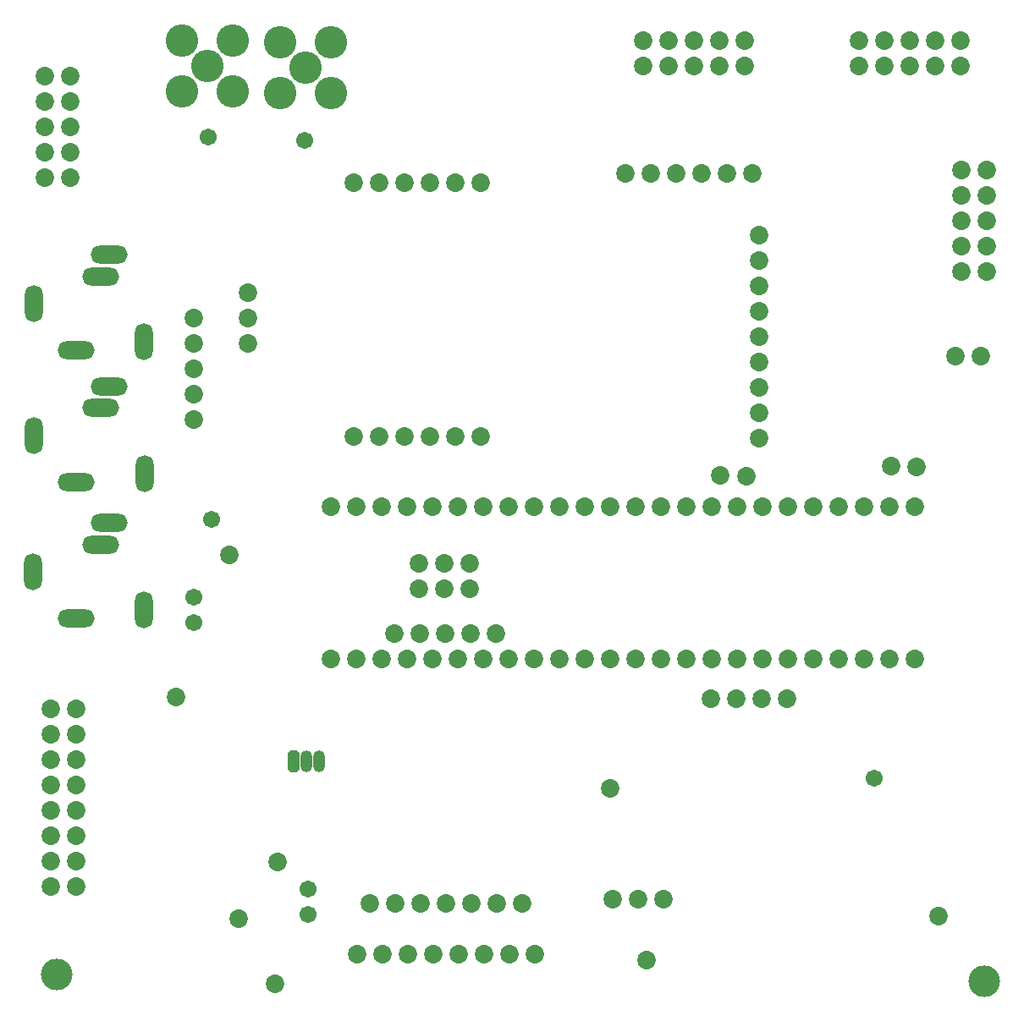
<source format=gbr>
G04 DipTrace 3.3.1.1*
G04 BottomMask.gbr*
%MOIN*%
G04 #@! TF.FileFunction,Soldermask,Bot*
G04 #@! TF.Part,Single*
%AMOUTLINE1*
4,1,8,
-0.023685,-0.031184,
-0.011499,-0.04337,
0.011499,-0.04337,
0.023685,-0.031184,
0.023685,0.031184,
0.011499,0.04337,
-0.011499,0.04337,
-0.023685,0.031184,
-0.023685,-0.031184,
0*%
%ADD44C,0.125*%
%ADD58O,0.04737X0.08674*%
%ADD60C,0.067055*%
%ADD62C,0.128*%
%ADD64C,0.073*%
%ADD66O,0.145795X0.070992*%
%ADD68O,0.070992X0.145795*%
%ADD84OUTLINE1*%
%FSLAX26Y26*%
G04*
G70*
G90*
G75*
G01*
G04 BotMask*
%LPD*%
D68*
X463280Y2667535D3*
D66*
X760756Y2861680D3*
X728273Y2775626D3*
X630899Y2482958D3*
D68*
X898913Y2517848D3*
D44*
X4205188Y518483D3*
X555010Y543539D3*
D68*
X461705Y2130306D3*
D66*
X759181Y2324450D3*
X726698Y2238396D3*
X629324Y1945728D3*
D68*
X897339Y1980618D3*
D64*
X3332766Y2385961D3*
X3913896Y4122675D3*
X1632766Y2385961D3*
X1732766D3*
X2876535Y599720D3*
X3713898Y4222675D3*
X1832766Y2385961D3*
X3713898Y4122675D3*
X1932766Y2385961D3*
X2178583Y2063003D3*
D62*
X1634197Y4216571D3*
D64*
X3913896Y4222675D3*
X2178583Y2163003D3*
X2863898Y4222675D3*
X2078583Y2063003D3*
Y2163003D3*
X3167507Y2508657D3*
X2863898Y4122675D3*
X1978583Y2063003D3*
Y2163003D3*
X3271782Y2507526D3*
X2032766Y2385961D3*
X2963896Y4222675D3*
X2132766Y2385961D3*
X2733493Y1276421D3*
X2232766Y2385961D3*
X1412655Y506047D3*
X2332766Y2385961D3*
X1270495Y764453D3*
X2432766Y2385961D3*
X1424091Y986971D3*
X2532766Y2385961D3*
X1024537Y1636870D3*
X3063896Y4122675D3*
X2632766Y2385961D3*
X3263896Y4122675D3*
X2732766Y2385961D3*
X3163898Y4222675D3*
X2832766Y2385961D3*
X2963896Y4122675D3*
X2932766Y2385961D3*
X3063896Y4222675D3*
X3032766Y2385961D3*
X3163898Y4122675D3*
X3132766Y2385961D3*
X3263896Y4222675D3*
X3232766Y2385961D3*
X3432766D3*
X3319000Y3456008D3*
X3532766Y2385961D3*
X3319000Y3356008D3*
X3632766Y2385961D3*
X3319000Y3256008D3*
X3732766Y2385961D3*
X3319000Y3156008D3*
X3832766Y2385961D3*
X3319000Y3056008D3*
X3932766Y2385961D3*
X3319000Y2956008D3*
X1632766Y1785961D3*
X3319000Y2856008D3*
X1732766Y1785961D3*
X3319000Y2756008D3*
X1832766Y1785961D3*
X2794000Y3699793D3*
X1932766Y1785961D3*
X2894000Y3699793D3*
X2032766Y1785961D3*
X2994000Y3699793D3*
X2132766Y1785961D3*
X3094000Y3699793D3*
X2232766Y1785961D3*
X3194000Y3699793D3*
X2332766Y1785961D3*
X3294000Y3699793D3*
X2432766Y1785961D3*
X2224291Y3663570D3*
X2532766Y1785961D3*
X1724291Y3663570D3*
X2632766Y1785961D3*
X1824291Y3663570D3*
X2732766Y1785961D3*
X1924291Y3663570D3*
X2832766Y1785961D3*
D62*
X1634197Y4016571D3*
D64*
X2932766Y1785961D3*
X2024291Y3663570D3*
X3032766Y1785961D3*
X2124291Y3663570D3*
X3132766Y1785961D3*
X2224291Y2663570D3*
X3232766Y1785961D3*
X1724291Y2663570D3*
X3332766Y1785961D3*
X1824291Y2663570D3*
X3432766Y1785961D3*
X1924291Y2663570D3*
X3813896Y4222675D3*
X3532766Y1785961D3*
X3632766D3*
X2024291Y2663570D3*
X4113896Y4122675D3*
X3732766Y1785961D3*
X4013898Y4222675D3*
X3832766Y1785961D3*
X3932766D3*
X2124291Y2663570D3*
X3230010Y1631039D3*
D62*
X1434197Y4016571D3*
D64*
X3330010Y1631039D3*
X3430010D3*
X1882766Y1885961D3*
X1306500Y3031008D3*
X2282766Y1885961D3*
X1306500Y3131008D3*
X1982766Y1885961D3*
D62*
X1434197Y4216571D3*
D64*
X2082766Y1885961D3*
D62*
X1534197Y4116571D3*
X1247892Y4223017D3*
D64*
X2182766Y1885961D3*
D62*
X1247892Y4023017D3*
X1047892D3*
D64*
X4216182Y3712315D3*
Y3612315D3*
Y3512315D3*
Y3412315D3*
Y3312315D3*
X3813896Y4122675D3*
X3319000Y2656008D3*
X4013898Y4122675D3*
X4113896Y4222675D3*
X4116182Y3712315D3*
Y3612315D3*
Y3412315D3*
Y3512315D3*
Y3312315D3*
X1306500Y3231008D3*
X4194000Y2981008D3*
X4094000D3*
D62*
X1047892Y4223017D3*
X1147892Y4123017D3*
D64*
X1094000Y2931008D3*
Y3131008D3*
Y3031008D3*
X3130010Y1631039D3*
X508419Y3683147D3*
X608419D3*
X3839545Y2546232D3*
X3940192Y2543001D3*
X529978Y1491374D3*
Y1391374D3*
X508419Y3783146D3*
X529978Y1291374D3*
X608419Y3883146D3*
X529978Y1191374D3*
X608419Y4083146D3*
X529978Y1091374D3*
X508419Y3983147D3*
X529978Y991374D3*
Y891374D3*
X1094000Y2831008D3*
X629978Y891374D3*
X608419Y3783146D3*
X629978Y991374D3*
X508419Y3883146D3*
X629978Y1091374D3*
X608419Y3983147D3*
X629978Y1191374D3*
X508419Y4083146D3*
X629978Y1291374D3*
X1232768Y2198168D3*
X629978Y1391374D3*
X1094000Y2731008D3*
X629978Y1491374D3*
Y1591374D3*
X529978D3*
D60*
X1149581Y3844320D3*
X1529415Y3831521D3*
X1094000Y2031008D3*
X1161891Y2337310D3*
X3773984Y1317278D3*
X1094000Y1931008D3*
X1544000Y881008D3*
Y781008D3*
D64*
X4026841Y772941D3*
D84*
X1487542Y1382894D3*
D58*
X1537542D3*
X1587542D3*
D64*
X2744837Y838732D3*
X2844837D3*
X2944837D3*
D68*
X462563Y3186919D3*
D66*
X760039Y3381063D3*
X727556Y3295009D3*
X630182Y3002341D3*
D68*
X898197Y3037231D3*
D64*
X1736944Y623127D3*
X1786944Y823127D3*
X1836944Y623127D3*
X1886944Y823127D3*
X1936944Y623127D3*
X1986944Y823127D3*
X2036944Y623127D3*
X2086944Y823127D3*
X2136944Y623127D3*
X2186944Y823127D3*
X2236944Y623127D3*
X2286944Y823127D3*
X2336944Y623127D3*
X2386944Y823127D3*
X2436944Y623127D3*
M02*

</source>
